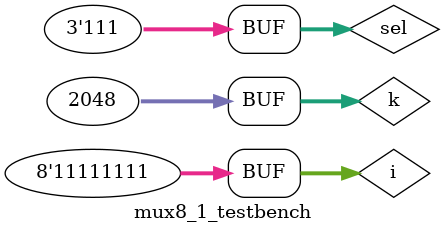
<source format=sv>
`timescale 1ps/1ps
module mux8_1(out, i, sel);
	input logic [7:0] i;
	input logic [2:0] sel;
	output logic out;
	
	logic w0, w1;
	
	mux4_1 m0 (.out(w0), .i(i[3:0]), .sel(sel[1:0]));
	mux4_1 m1 (.out(w1), .i(i[7:4]), .sel(sel[1:0]));
	mux2_1 m2 (.out, .i0(w0), .i1(w1), .sel(sel[2]));
	
endmodule

module mux8_1_testbench();
	logic [7:0] i;
	logic [2:0] sel;
	logic out;
	
	mux8_1 dut (.out, .i, .sel);
	
	integer k;
	initial begin
		// with gate delay of 50 ps
		// the new output from the 8x1mux has a delay of 450 ps
		// test all possible combination of i and sel
		for (k=0; k<2048; k++) begin
			{sel, i} = k; #500;
		end
							  #500;
	end
	
endmodule

</source>
